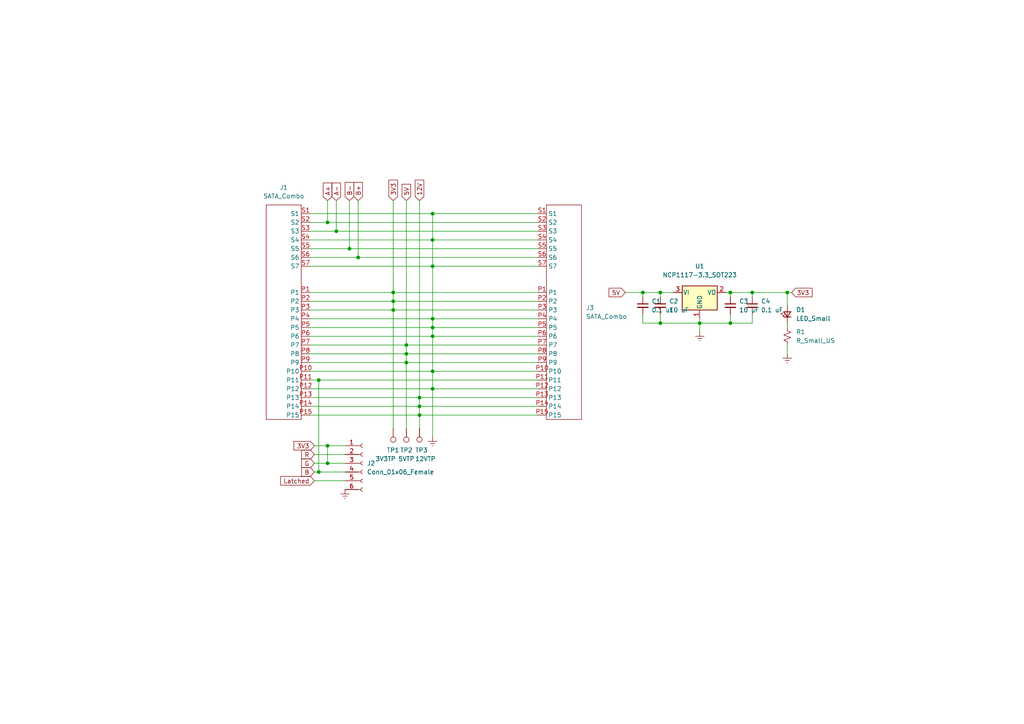
<source format=kicad_sch>
(kicad_sch (version 20211123) (generator eeschema)

  (uuid dec9c3ff-a226-41ce-9c2a-f5b12b5e1b29)

  (paper "A4")

  (lib_symbols
    (symbol "Connector:Conn_01x06_Female" (pin_names (offset 1.016) hide) (in_bom yes) (on_board yes)
      (property "Reference" "J" (id 0) (at 0 7.62 0)
        (effects (font (size 1.27 1.27)))
      )
      (property "Value" "Conn_01x06_Female" (id 1) (at 0 -10.16 0)
        (effects (font (size 1.27 1.27)))
      )
      (property "Footprint" "" (id 2) (at 0 0 0)
        (effects (font (size 1.27 1.27)) hide)
      )
      (property "Datasheet" "~" (id 3) (at 0 0 0)
        (effects (font (size 1.27 1.27)) hide)
      )
      (property "ki_keywords" "connector" (id 4) (at 0 0 0)
        (effects (font (size 1.27 1.27)) hide)
      )
      (property "ki_description" "Generic connector, single row, 01x06, script generated (kicad-library-utils/schlib/autogen/connector/)" (id 5) (at 0 0 0)
        (effects (font (size 1.27 1.27)) hide)
      )
      (property "ki_fp_filters" "Connector*:*_1x??_*" (id 6) (at 0 0 0)
        (effects (font (size 1.27 1.27)) hide)
      )
      (symbol "Conn_01x06_Female_1_1"
        (arc (start 0 -7.112) (mid -0.508 -7.62) (end 0 -8.128)
          (stroke (width 0.1524) (type default) (color 0 0 0 0))
          (fill (type none))
        )
        (arc (start 0 -4.572) (mid -0.508 -5.08) (end 0 -5.588)
          (stroke (width 0.1524) (type default) (color 0 0 0 0))
          (fill (type none))
        )
        (arc (start 0 -2.032) (mid -0.508 -2.54) (end 0 -3.048)
          (stroke (width 0.1524) (type default) (color 0 0 0 0))
          (fill (type none))
        )
        (polyline
          (pts
            (xy -1.27 -7.62)
            (xy -0.508 -7.62)
          )
          (stroke (width 0.1524) (type default) (color 0 0 0 0))
          (fill (type none))
        )
        (polyline
          (pts
            (xy -1.27 -5.08)
            (xy -0.508 -5.08)
          )
          (stroke (width 0.1524) (type default) (color 0 0 0 0))
          (fill (type none))
        )
        (polyline
          (pts
            (xy -1.27 -2.54)
            (xy -0.508 -2.54)
          )
          (stroke (width 0.1524) (type default) (color 0 0 0 0))
          (fill (type none))
        )
        (polyline
          (pts
            (xy -1.27 0)
            (xy -0.508 0)
          )
          (stroke (width 0.1524) (type default) (color 0 0 0 0))
          (fill (type none))
        )
        (polyline
          (pts
            (xy -1.27 2.54)
            (xy -0.508 2.54)
          )
          (stroke (width 0.1524) (type default) (color 0 0 0 0))
          (fill (type none))
        )
        (polyline
          (pts
            (xy -1.27 5.08)
            (xy -0.508 5.08)
          )
          (stroke (width 0.1524) (type default) (color 0 0 0 0))
          (fill (type none))
        )
        (arc (start 0 0.508) (mid -0.508 0) (end 0 -0.508)
          (stroke (width 0.1524) (type default) (color 0 0 0 0))
          (fill (type none))
        )
        (arc (start 0 3.048) (mid -0.508 2.54) (end 0 2.032)
          (stroke (width 0.1524) (type default) (color 0 0 0 0))
          (fill (type none))
        )
        (arc (start 0 5.588) (mid -0.508 5.08) (end 0 4.572)
          (stroke (width 0.1524) (type default) (color 0 0 0 0))
          (fill (type none))
        )
        (pin passive line (at -5.08 5.08 0) (length 3.81)
          (name "Pin_1" (effects (font (size 1.27 1.27))))
          (number "1" (effects (font (size 1.27 1.27))))
        )
        (pin passive line (at -5.08 2.54 0) (length 3.81)
          (name "Pin_2" (effects (font (size 1.27 1.27))))
          (number "2" (effects (font (size 1.27 1.27))))
        )
        (pin passive line (at -5.08 0 0) (length 3.81)
          (name "Pin_3" (effects (font (size 1.27 1.27))))
          (number "3" (effects (font (size 1.27 1.27))))
        )
        (pin passive line (at -5.08 -2.54 0) (length 3.81)
          (name "Pin_4" (effects (font (size 1.27 1.27))))
          (number "4" (effects (font (size 1.27 1.27))))
        )
        (pin passive line (at -5.08 -5.08 0) (length 3.81)
          (name "Pin_5" (effects (font (size 1.27 1.27))))
          (number "5" (effects (font (size 1.27 1.27))))
        )
        (pin passive line (at -5.08 -7.62 0) (length 3.81)
          (name "Pin_6" (effects (font (size 1.27 1.27))))
          (number "6" (effects (font (size 1.27 1.27))))
        )
      )
    )
    (symbol "Connector:TestPoint" (pin_numbers hide) (pin_names (offset 0.762) hide) (in_bom yes) (on_board yes)
      (property "Reference" "TP" (id 0) (at 0 6.858 0)
        (effects (font (size 1.27 1.27)))
      )
      (property "Value" "TestPoint" (id 1) (at 0 5.08 0)
        (effects (font (size 1.27 1.27)))
      )
      (property "Footprint" "" (id 2) (at 5.08 0 0)
        (effects (font (size 1.27 1.27)) hide)
      )
      (property "Datasheet" "~" (id 3) (at 5.08 0 0)
        (effects (font (size 1.27 1.27)) hide)
      )
      (property "ki_keywords" "test point tp" (id 4) (at 0 0 0)
        (effects (font (size 1.27 1.27)) hide)
      )
      (property "ki_description" "test point" (id 5) (at 0 0 0)
        (effects (font (size 1.27 1.27)) hide)
      )
      (property "ki_fp_filters" "Pin* Test*" (id 6) (at 0 0 0)
        (effects (font (size 1.27 1.27)) hide)
      )
      (symbol "TestPoint_0_1"
        (circle (center 0 3.302) (radius 0.762)
          (stroke (width 0) (type default) (color 0 0 0 0))
          (fill (type none))
        )
      )
      (symbol "TestPoint_1_1"
        (pin passive line (at 0 0 90) (length 2.54)
          (name "1" (effects (font (size 1.27 1.27))))
          (number "1" (effects (font (size 1.27 1.27))))
        )
      )
    )
    (symbol "Device:C_Small" (pin_numbers hide) (pin_names (offset 0.254) hide) (in_bom yes) (on_board yes)
      (property "Reference" "C" (id 0) (at 0.254 1.778 0)
        (effects (font (size 1.27 1.27)) (justify left))
      )
      (property "Value" "C_Small" (id 1) (at 0.254 -2.032 0)
        (effects (font (size 1.27 1.27)) (justify left))
      )
      (property "Footprint" "" (id 2) (at 0 0 0)
        (effects (font (size 1.27 1.27)) hide)
      )
      (property "Datasheet" "~" (id 3) (at 0 0 0)
        (effects (font (size 1.27 1.27)) hide)
      )
      (property "ki_keywords" "capacitor cap" (id 4) (at 0 0 0)
        (effects (font (size 1.27 1.27)) hide)
      )
      (property "ki_description" "Unpolarized capacitor, small symbol" (id 5) (at 0 0 0)
        (effects (font (size 1.27 1.27)) hide)
      )
      (property "ki_fp_filters" "C_*" (id 6) (at 0 0 0)
        (effects (font (size 1.27 1.27)) hide)
      )
      (symbol "C_Small_0_1"
        (polyline
          (pts
            (xy -1.524 -0.508)
            (xy 1.524 -0.508)
          )
          (stroke (width 0.3302) (type default) (color 0 0 0 0))
          (fill (type none))
        )
        (polyline
          (pts
            (xy -1.524 0.508)
            (xy 1.524 0.508)
          )
          (stroke (width 0.3048) (type default) (color 0 0 0 0))
          (fill (type none))
        )
      )
      (symbol "C_Small_1_1"
        (pin passive line (at 0 2.54 270) (length 2.032)
          (name "~" (effects (font (size 1.27 1.27))))
          (number "1" (effects (font (size 1.27 1.27))))
        )
        (pin passive line (at 0 -2.54 90) (length 2.032)
          (name "~" (effects (font (size 1.27 1.27))))
          (number "2" (effects (font (size 1.27 1.27))))
        )
      )
    )
    (symbol "Device:LED_Small" (pin_numbers hide) (pin_names (offset 0.254) hide) (in_bom yes) (on_board yes)
      (property "Reference" "D" (id 0) (at -1.27 3.175 0)
        (effects (font (size 1.27 1.27)) (justify left))
      )
      (property "Value" "LED_Small" (id 1) (at -4.445 -2.54 0)
        (effects (font (size 1.27 1.27)) (justify left))
      )
      (property "Footprint" "" (id 2) (at 0 0 90)
        (effects (font (size 1.27 1.27)) hide)
      )
      (property "Datasheet" "~" (id 3) (at 0 0 90)
        (effects (font (size 1.27 1.27)) hide)
      )
      (property "ki_keywords" "LED diode light-emitting-diode" (id 4) (at 0 0 0)
        (effects (font (size 1.27 1.27)) hide)
      )
      (property "ki_description" "Light emitting diode, small symbol" (id 5) (at 0 0 0)
        (effects (font (size 1.27 1.27)) hide)
      )
      (property "ki_fp_filters" "LED* LED_SMD:* LED_THT:*" (id 6) (at 0 0 0)
        (effects (font (size 1.27 1.27)) hide)
      )
      (symbol "LED_Small_0_1"
        (polyline
          (pts
            (xy -0.762 -1.016)
            (xy -0.762 1.016)
          )
          (stroke (width 0.254) (type default) (color 0 0 0 0))
          (fill (type none))
        )
        (polyline
          (pts
            (xy 1.016 0)
            (xy -0.762 0)
          )
          (stroke (width 0) (type default) (color 0 0 0 0))
          (fill (type none))
        )
        (polyline
          (pts
            (xy 0.762 -1.016)
            (xy -0.762 0)
            (xy 0.762 1.016)
            (xy 0.762 -1.016)
          )
          (stroke (width 0.254) (type default) (color 0 0 0 0))
          (fill (type none))
        )
        (polyline
          (pts
            (xy 0 0.762)
            (xy -0.508 1.27)
            (xy -0.254 1.27)
            (xy -0.508 1.27)
            (xy -0.508 1.016)
          )
          (stroke (width 0) (type default) (color 0 0 0 0))
          (fill (type none))
        )
        (polyline
          (pts
            (xy 0.508 1.27)
            (xy 0 1.778)
            (xy 0.254 1.778)
            (xy 0 1.778)
            (xy 0 1.524)
          )
          (stroke (width 0) (type default) (color 0 0 0 0))
          (fill (type none))
        )
      )
      (symbol "LED_Small_1_1"
        (pin passive line (at -2.54 0 0) (length 1.778)
          (name "K" (effects (font (size 1.27 1.27))))
          (number "1" (effects (font (size 1.27 1.27))))
        )
        (pin passive line (at 2.54 0 180) (length 1.778)
          (name "A" (effects (font (size 1.27 1.27))))
          (number "2" (effects (font (size 1.27 1.27))))
        )
      )
    )
    (symbol "Device:R_Small_US" (pin_numbers hide) (pin_names (offset 0.254) hide) (in_bom yes) (on_board yes)
      (property "Reference" "R" (id 0) (at 0.762 0.508 0)
        (effects (font (size 1.27 1.27)) (justify left))
      )
      (property "Value" "R_Small_US" (id 1) (at 0.762 -1.016 0)
        (effects (font (size 1.27 1.27)) (justify left))
      )
      (property "Footprint" "" (id 2) (at 0 0 0)
        (effects (font (size 1.27 1.27)) hide)
      )
      (property "Datasheet" "~" (id 3) (at 0 0 0)
        (effects (font (size 1.27 1.27)) hide)
      )
      (property "ki_keywords" "r resistor" (id 4) (at 0 0 0)
        (effects (font (size 1.27 1.27)) hide)
      )
      (property "ki_description" "Resistor, small US symbol" (id 5) (at 0 0 0)
        (effects (font (size 1.27 1.27)) hide)
      )
      (property "ki_fp_filters" "R_*" (id 6) (at 0 0 0)
        (effects (font (size 1.27 1.27)) hide)
      )
      (symbol "R_Small_US_1_1"
        (polyline
          (pts
            (xy 0 0)
            (xy 1.016 -0.381)
            (xy 0 -0.762)
            (xy -1.016 -1.143)
            (xy 0 -1.524)
          )
          (stroke (width 0) (type default) (color 0 0 0 0))
          (fill (type none))
        )
        (polyline
          (pts
            (xy 0 1.524)
            (xy 1.016 1.143)
            (xy 0 0.762)
            (xy -1.016 0.381)
            (xy 0 0)
          )
          (stroke (width 0) (type default) (color 0 0 0 0))
          (fill (type none))
        )
        (pin passive line (at 0 2.54 270) (length 1.016)
          (name "~" (effects (font (size 1.27 1.27))))
          (number "1" (effects (font (size 1.27 1.27))))
        )
        (pin passive line (at 0 -2.54 90) (length 1.016)
          (name "~" (effects (font (size 1.27 1.27))))
          (number "2" (effects (font (size 1.27 1.27))))
        )
      )
    )
    (symbol "KiCADs:SATA_Combo" (in_bom yes) (on_board yes)
      (property "Reference" "J" (id 0) (at -5.08 33.02 0)
        (effects (font (size 1.27 1.27)))
      )
      (property "Value" "SATA_Combo" (id 1) (at -5.08 33.02 0)
        (effects (font (size 1.27 1.27)))
      )
      (property "Footprint" "" (id 2) (at -5.08 33.02 0)
        (effects (font (size 1.27 1.27)) hide)
      )
      (property "Datasheet" "" (id 3) (at -5.08 33.02 0)
        (effects (font (size 1.27 1.27)) hide)
      )
      (symbol "SATA_Combo_0_1"
        (rectangle (start -5.08 30.48) (end 5.08 -31.75)
          (stroke (width 0) (type default) (color 0 0 0 0))
          (fill (type none))
        )
      )
      (symbol "SATA_Combo_1_1"
        (pin input line (at -7.62 5.08 0) (length 2.54)
          (name "P1" (effects (font (size 1.27 1.27))))
          (number "P1" (effects (font (size 1.27 1.27))))
        )
        (pin input line (at -7.62 -17.78 0) (length 2.54)
          (name "P10" (effects (font (size 1.27 1.27))))
          (number "P10" (effects (font (size 1.27 1.27))))
        )
        (pin input line (at -7.62 -20.32 0) (length 2.54)
          (name "P11" (effects (font (size 1.27 1.27))))
          (number "P11" (effects (font (size 1.27 1.27))))
        )
        (pin input line (at -7.62 -22.86 0) (length 2.54)
          (name "P12" (effects (font (size 1.27 1.27))))
          (number "P12" (effects (font (size 1.27 1.27))))
        )
        (pin input line (at -7.62 -25.4 0) (length 2.54)
          (name "P13" (effects (font (size 1.27 1.27))))
          (number "P13" (effects (font (size 1.27 1.27))))
        )
        (pin input line (at -7.62 -27.94 0) (length 2.54)
          (name "P14" (effects (font (size 1.27 1.27))))
          (number "P14" (effects (font (size 1.27 1.27))))
        )
        (pin input line (at -7.62 -30.48 0) (length 2.54)
          (name "P15" (effects (font (size 1.27 1.27))))
          (number "P15" (effects (font (size 1.27 1.27))))
        )
        (pin input line (at -7.62 2.54 0) (length 2.54)
          (name "P2" (effects (font (size 1.27 1.27))))
          (number "P2" (effects (font (size 1.27 1.27))))
        )
        (pin input line (at -7.62 0 0) (length 2.54)
          (name "P3" (effects (font (size 1.27 1.27))))
          (number "P3" (effects (font (size 1.27 1.27))))
        )
        (pin input line (at -7.62 -2.54 0) (length 2.54)
          (name "P4" (effects (font (size 1.27 1.27))))
          (number "P4" (effects (font (size 1.27 1.27))))
        )
        (pin input line (at -7.62 -5.08 0) (length 2.54)
          (name "P5" (effects (font (size 1.27 1.27))))
          (number "P5" (effects (font (size 1.27 1.27))))
        )
        (pin input line (at -7.62 -7.62 0) (length 2.54)
          (name "P6" (effects (font (size 1.27 1.27))))
          (number "P6" (effects (font (size 1.27 1.27))))
        )
        (pin input line (at -7.62 -10.16 0) (length 2.54)
          (name "P7" (effects (font (size 1.27 1.27))))
          (number "P7" (effects (font (size 1.27 1.27))))
        )
        (pin input line (at -7.62 -12.7 0) (length 2.54)
          (name "P8" (effects (font (size 1.27 1.27))))
          (number "P8" (effects (font (size 1.27 1.27))))
        )
        (pin input line (at -7.62 -15.24 0) (length 2.54)
          (name "P9" (effects (font (size 1.27 1.27))))
          (number "P9" (effects (font (size 1.27 1.27))))
        )
        (pin input line (at -7.62 27.94 0) (length 2.54)
          (name "S1" (effects (font (size 1.27 1.27))))
          (number "S1" (effects (font (size 1.27 1.27))))
        )
        (pin input line (at -7.62 25.4 0) (length 2.54)
          (name "S2" (effects (font (size 1.27 1.27))))
          (number "S2" (effects (font (size 1.27 1.27))))
        )
        (pin input line (at -7.62 22.86 0) (length 2.54)
          (name "S3" (effects (font (size 1.27 1.27))))
          (number "S3" (effects (font (size 1.27 1.27))))
        )
        (pin input line (at -7.62 20.32 0) (length 2.54)
          (name "S4" (effects (font (size 1.27 1.27))))
          (number "S4" (effects (font (size 1.27 1.27))))
        )
        (pin input line (at -7.62 17.78 0) (length 2.54)
          (name "S5" (effects (font (size 1.27 1.27))))
          (number "S5" (effects (font (size 1.27 1.27))))
        )
        (pin input line (at -7.62 15.24 0) (length 2.54)
          (name "S6" (effects (font (size 1.27 1.27))))
          (number "S6" (effects (font (size 1.27 1.27))))
        )
        (pin input line (at -7.62 12.7 0) (length 2.54)
          (name "S7" (effects (font (size 1.27 1.27))))
          (number "S7" (effects (font (size 1.27 1.27))))
        )
      )
    )
    (symbol "Regulator_Linear:NCP1117-3.3_SOT223" (pin_names (offset 0.254)) (in_bom yes) (on_board yes)
      (property "Reference" "U" (id 0) (at -3.81 3.175 0)
        (effects (font (size 1.27 1.27)))
      )
      (property "Value" "NCP1117-3.3_SOT223" (id 1) (at 0 3.175 0)
        (effects (font (size 1.27 1.27)) (justify left))
      )
      (property "Footprint" "Package_TO_SOT_SMD:SOT-223-3_TabPin2" (id 2) (at 0 5.08 0)
        (effects (font (size 1.27 1.27)) hide)
      )
      (property "Datasheet" "http://www.onsemi.com/pub_link/Collateral/NCP1117-D.PDF" (id 3) (at 2.54 -6.35 0)
        (effects (font (size 1.27 1.27)) hide)
      )
      (property "ki_keywords" "REGULATOR LDO 3.3V" (id 4) (at 0 0 0)
        (effects (font (size 1.27 1.27)) hide)
      )
      (property "ki_description" "1A Low drop-out regulator, Fixed Output 3.3V, SOT-223" (id 5) (at 0 0 0)
        (effects (font (size 1.27 1.27)) hide)
      )
      (property "ki_fp_filters" "SOT?223*TabPin2*" (id 6) (at 0 0 0)
        (effects (font (size 1.27 1.27)) hide)
      )
      (symbol "NCP1117-3.3_SOT223_0_1"
        (rectangle (start -5.08 -5.08) (end 5.08 1.905)
          (stroke (width 0.254) (type default) (color 0 0 0 0))
          (fill (type background))
        )
      )
      (symbol "NCP1117-3.3_SOT223_1_1"
        (pin power_in line (at 0 -7.62 90) (length 2.54)
          (name "GND" (effects (font (size 1.27 1.27))))
          (number "1" (effects (font (size 1.27 1.27))))
        )
        (pin power_out line (at 7.62 0 180) (length 2.54)
          (name "VO" (effects (font (size 1.27 1.27))))
          (number "2" (effects (font (size 1.27 1.27))))
        )
        (pin power_in line (at -7.62 0 0) (length 2.54)
          (name "VI" (effects (font (size 1.27 1.27))))
          (number "3" (effects (font (size 1.27 1.27))))
        )
      )
    )
    (symbol "power:Earth" (power) (pin_names (offset 0)) (in_bom yes) (on_board yes)
      (property "Reference" "#PWR" (id 0) (at 0 -6.35 0)
        (effects (font (size 1.27 1.27)) hide)
      )
      (property "Value" "Earth" (id 1) (at 0 -3.81 0)
        (effects (font (size 1.27 1.27)) hide)
      )
      (property "Footprint" "" (id 2) (at 0 0 0)
        (effects (font (size 1.27 1.27)) hide)
      )
      (property "Datasheet" "~" (id 3) (at 0 0 0)
        (effects (font (size 1.27 1.27)) hide)
      )
      (property "ki_keywords" "power-flag ground gnd" (id 4) (at 0 0 0)
        (effects (font (size 1.27 1.27)) hide)
      )
      (property "ki_description" "Power symbol creates a global label with name \"Earth\"" (id 5) (at 0 0 0)
        (effects (font (size 1.27 1.27)) hide)
      )
      (symbol "Earth_0_1"
        (polyline
          (pts
            (xy -0.635 -1.905)
            (xy 0.635 -1.905)
          )
          (stroke (width 0) (type default) (color 0 0 0 0))
          (fill (type none))
        )
        (polyline
          (pts
            (xy -0.127 -2.54)
            (xy 0.127 -2.54)
          )
          (stroke (width 0) (type default) (color 0 0 0 0))
          (fill (type none))
        )
        (polyline
          (pts
            (xy 0 -1.27)
            (xy 0 0)
          )
          (stroke (width 0) (type default) (color 0 0 0 0))
          (fill (type none))
        )
        (polyline
          (pts
            (xy 1.27 -1.27)
            (xy -1.27 -1.27)
          )
          (stroke (width 0) (type default) (color 0 0 0 0))
          (fill (type none))
        )
      )
      (symbol "Earth_1_1"
        (pin power_in line (at 0 0 270) (length 0) hide
          (name "Earth" (effects (font (size 1.27 1.27))))
          (number "1" (effects (font (size 1.27 1.27))))
        )
      )
    )
  )

  (junction (at 211.836 93.726) (diameter 0) (color 0 0 0 0)
    (uuid 15d0b45f-079d-435d-a34e-623a3a053447)
  )
  (junction (at 92.456 110.236) (diameter 0) (color 0 0 0 0)
    (uuid 1caca493-ebbf-4ac5-8f74-b1068daf585a)
  )
  (junction (at 125.476 92.456) (diameter 0) (color 0 0 0 0)
    (uuid 2681f273-e4cf-46e6-917b-879065f964d1)
  )
  (junction (at 94.996 134.366) (diameter 0) (color 0 0 0 0)
    (uuid 29502d4c-9ce4-4db5-8acb-31eb71d13d48)
  )
  (junction (at 191.516 84.836) (diameter 0) (color 0 0 0 0)
    (uuid 2efba9ee-76e2-43f3-89ce-827d563889aa)
  )
  (junction (at 114.046 87.376) (diameter 0) (color 0 0 0 0)
    (uuid 309c8641-506d-46c8-b3aa-517ccf2b047b)
  )
  (junction (at 211.836 84.836) (diameter 0) (color 0 0 0 0)
    (uuid 33aa189a-545a-401e-8e42-af40f676ab45)
  )
  (junction (at 121.666 120.396) (diameter 0) (color 0 0 0 0)
    (uuid 3a0300ec-a7c4-41a5-b3d1-4ccd9d595de5)
  )
  (junction (at 114.046 89.916) (diameter 0) (color 0 0 0 0)
    (uuid 40be3b27-2e1d-4f86-bfea-40edb2310a44)
  )
  (junction (at 228.346 84.836) (diameter 0) (color 0 0 0 0)
    (uuid 4b779890-4b7d-4d7c-8dee-a7f66a453b1b)
  )
  (junction (at 125.476 97.536) (diameter 0) (color 0 0 0 0)
    (uuid 5259f0aa-5383-4d27-a47c-68048fe007a0)
  )
  (junction (at 94.996 64.516) (diameter 0) (color 0 0 0 0)
    (uuid 71713030-c445-433d-a40e-32b38b06cb29)
  )
  (junction (at 103.886 74.676) (diameter 0) (color 0 0 0 0)
    (uuid 71ddfe61-d8bd-43e6-b4be-1d079c4bd2c1)
  )
  (junction (at 218.186 84.836) (diameter 0) (color 0 0 0 0)
    (uuid 7d6a6633-a0d6-4bcd-827b-1cbf670f0544)
  )
  (junction (at 94.996 129.286) (diameter 0) (color 0 0 0 0)
    (uuid 8269366f-52ab-4c2f-bdd3-20aadd9f6063)
  )
  (junction (at 121.666 117.856) (diameter 0) (color 0 0 0 0)
    (uuid 88f089f9-145f-44f0-9d39-1d1d894b982a)
  )
  (junction (at 202.946 93.726) (diameter 0) (color 0 0 0 0)
    (uuid 975925bd-d0bc-46d1-a253-75c13224c9f9)
  )
  (junction (at 117.856 105.156) (diameter 0) (color 0 0 0 0)
    (uuid 98e54b07-8484-4e11-a435-5dcb74fc29b9)
  )
  (junction (at 117.856 102.616) (diameter 0) (color 0 0 0 0)
    (uuid 9c7f2122-0782-497f-9ed1-58ab87ef5339)
  )
  (junction (at 125.476 61.976) (diameter 0) (color 0 0 0 0)
    (uuid a584efb7-7854-439c-94f3-7944a281948d)
  )
  (junction (at 186.436 84.836) (diameter 0) (color 0 0 0 0)
    (uuid b03d5822-db32-496e-a04a-4e5094518036)
  )
  (junction (at 125.476 112.776) (diameter 0) (color 0 0 0 0)
    (uuid b8c96593-a25a-4ea6-a830-d4fb0d674a31)
  )
  (junction (at 92.456 136.906) (diameter 0) (color 0 0 0 0)
    (uuid bfdc9223-bb15-40c8-8f98-8a11d37f49ec)
  )
  (junction (at 125.476 77.216) (diameter 0) (color 0 0 0 0)
    (uuid c26fbd79-f39d-4343-b66a-78aef9b87d87)
  )
  (junction (at 125.476 69.596) (diameter 0) (color 0 0 0 0)
    (uuid c283b2b9-f5eb-443c-9b78-1558c2afaf70)
  )
  (junction (at 114.046 84.836) (diameter 0) (color 0 0 0 0)
    (uuid cc4fe083-ee22-4535-8622-a8625bd90305)
  )
  (junction (at 125.476 94.996) (diameter 0) (color 0 0 0 0)
    (uuid d1b0d605-93bd-4993-a365-c0e2573ff1df)
  )
  (junction (at 117.856 100.076) (diameter 0) (color 0 0 0 0)
    (uuid d89947ac-7e98-4051-b9c9-bb01175c993e)
  )
  (junction (at 101.346 72.136) (diameter 0) (color 0 0 0 0)
    (uuid d96957c0-b864-47bc-8aec-529783977936)
  )
  (junction (at 125.476 107.696) (diameter 0) (color 0 0 0 0)
    (uuid dce4b191-dc3e-41d4-b58e-e16c7a108589)
  )
  (junction (at 121.666 115.316) (diameter 0) (color 0 0 0 0)
    (uuid e106f2fc-d68a-4af7-8dda-c063d45791a1)
  )
  (junction (at 191.516 93.726) (diameter 0) (color 0 0 0 0)
    (uuid e2ac014b-5180-423d-a830-e206e23e138a)
  )
  (junction (at 97.536 67.056) (diameter 0) (color 0 0 0 0)
    (uuid e7b670d2-f780-43de-b48f-629b0fa33fb8)
  )

  (wire (pts (xy 155.956 84.836) (xy 114.046 84.836))
    (stroke (width 0) (type default) (color 0 0 0 0))
    (uuid 0591373c-23f4-4b33-94e0-9ce413e06ec3)
  )
  (wire (pts (xy 155.956 69.596) (xy 125.476 69.596))
    (stroke (width 0) (type default) (color 0 0 0 0))
    (uuid 086918ca-725f-48a0-ae52-73a184ea5727)
  )
  (wire (pts (xy 125.476 94.996) (xy 125.476 97.536))
    (stroke (width 0) (type default) (color 0 0 0 0))
    (uuid 09462ef5-ac81-4398-892c-98278a43984f)
  )
  (wire (pts (xy 117.856 105.156) (xy 117.856 124.206))
    (stroke (width 0) (type default) (color 0 0 0 0))
    (uuid 0db11786-ecde-4503-b4a3-4411f4267ea4)
  )
  (wire (pts (xy 89.916 61.976) (xy 125.476 61.976))
    (stroke (width 0) (type default) (color 0 0 0 0))
    (uuid 10b3b25e-2a24-413c-b839-c863b76878e4)
  )
  (wire (pts (xy 228.346 93.726) (xy 228.346 94.996))
    (stroke (width 0) (type default) (color 0 0 0 0))
    (uuid 10ca9d53-45d9-486e-a0dc-2cc90ed367dc)
  )
  (wire (pts (xy 89.916 92.456) (xy 125.476 92.456))
    (stroke (width 0) (type default) (color 0 0 0 0))
    (uuid 15bb4cc7-0be8-4cc1-bf54-385a81466a1a)
  )
  (wire (pts (xy 155.956 87.376) (xy 114.046 87.376))
    (stroke (width 0) (type default) (color 0 0 0 0))
    (uuid 16568c6f-b4c6-4c2c-942b-67c8b8785e55)
  )
  (wire (pts (xy 211.836 84.836) (xy 218.186 84.836))
    (stroke (width 0) (type default) (color 0 0 0 0))
    (uuid 16e35c92-4b7b-4df2-b0b3-51996d945a9c)
  )
  (wire (pts (xy 186.436 84.836) (xy 191.516 84.836))
    (stroke (width 0) (type default) (color 0 0 0 0))
    (uuid 181c753f-eff2-4f9e-9e47-a268556f5bdc)
  )
  (wire (pts (xy 89.916 112.776) (xy 125.476 112.776))
    (stroke (width 0) (type default) (color 0 0 0 0))
    (uuid 1f3d1c5f-1cfe-474d-b101-a4a181715af8)
  )
  (wire (pts (xy 211.836 84.836) (xy 210.566 84.836))
    (stroke (width 0) (type default) (color 0 0 0 0))
    (uuid 25d24646-ceec-44b4-856e-19f827968216)
  )
  (wire (pts (xy 91.186 136.906) (xy 92.456 136.906))
    (stroke (width 0) (type default) (color 0 0 0 0))
    (uuid 27dfe54f-b9cb-42f8-ac9f-e039f02f7c44)
  )
  (wire (pts (xy 125.476 69.596) (xy 125.476 77.216))
    (stroke (width 0) (type default) (color 0 0 0 0))
    (uuid 2826c577-815f-47f0-9c8f-56f959dba427)
  )
  (wire (pts (xy 92.456 110.236) (xy 92.456 136.906))
    (stroke (width 0) (type default) (color 0 0 0 0))
    (uuid 2c04dc6c-98bd-45f6-be41-36c940808cff)
  )
  (wire (pts (xy 155.956 89.916) (xy 114.046 89.916))
    (stroke (width 0) (type default) (color 0 0 0 0))
    (uuid 2c14246e-d47d-4bfe-ba32-cc3eb7eeb62c)
  )
  (wire (pts (xy 186.436 93.726) (xy 191.516 93.726))
    (stroke (width 0) (type default) (color 0 0 0 0))
    (uuid 2ca4fc57-58a2-43cd-8419-b5f7d3f7b51f)
  )
  (wire (pts (xy 181.356 84.836) (xy 186.436 84.836))
    (stroke (width 0) (type default) (color 0 0 0 0))
    (uuid 2fdc96e9-f22b-40ed-9376-af9dab4ca6e7)
  )
  (wire (pts (xy 97.536 67.056) (xy 89.916 67.056))
    (stroke (width 0) (type default) (color 0 0 0 0))
    (uuid 31f68449-8d9a-4cd7-911a-796d2edc9ac8)
  )
  (wire (pts (xy 155.956 64.516) (xy 94.996 64.516))
    (stroke (width 0) (type default) (color 0 0 0 0))
    (uuid 3918d06c-a7a7-44a4-9f93-3b97727eefeb)
  )
  (wire (pts (xy 89.916 105.156) (xy 117.856 105.156))
    (stroke (width 0) (type default) (color 0 0 0 0))
    (uuid 3c80091d-f2ae-434e-9db8-13490e46e900)
  )
  (wire (pts (xy 91.186 131.826) (xy 100.076 131.826))
    (stroke (width 0) (type default) (color 0 0 0 0))
    (uuid 3e1743f7-adbc-48e5-8426-193f2a5cd5d2)
  )
  (wire (pts (xy 94.996 58.166) (xy 94.996 64.516))
    (stroke (width 0) (type default) (color 0 0 0 0))
    (uuid 3f302aaa-c8fd-4948-8c80-85615b8f81a3)
  )
  (wire (pts (xy 89.916 84.836) (xy 114.046 84.836))
    (stroke (width 0) (type default) (color 0 0 0 0))
    (uuid 3fd84491-1f8d-40f4-851c-351321ee3d85)
  )
  (wire (pts (xy 211.836 93.726) (xy 218.186 93.726))
    (stroke (width 0) (type default) (color 0 0 0 0))
    (uuid 402ca656-3c37-4357-8289-37dbe3fe1d9d)
  )
  (wire (pts (xy 125.476 92.456) (xy 125.476 94.996))
    (stroke (width 0) (type default) (color 0 0 0 0))
    (uuid 457806cd-d744-4813-9114-259877d7c13c)
  )
  (wire (pts (xy 91.186 134.366) (xy 94.996 134.366))
    (stroke (width 0) (type default) (color 0 0 0 0))
    (uuid 47504c14-389c-4cc8-aa86-901a28d889f2)
  )
  (wire (pts (xy 155.956 112.776) (xy 125.476 112.776))
    (stroke (width 0) (type default) (color 0 0 0 0))
    (uuid 49e079d8-9027-4aab-96da-1dd8d4734aeb)
  )
  (wire (pts (xy 89.916 77.216) (xy 125.476 77.216))
    (stroke (width 0) (type default) (color 0 0 0 0))
    (uuid 4ac395df-7fd1-4ee7-a3ff-4a75b54c190f)
  )
  (wire (pts (xy 218.186 86.106) (xy 218.186 84.836))
    (stroke (width 0) (type default) (color 0 0 0 0))
    (uuid 4f7ecc86-5a93-4699-aa6c-b27f51a2cc3d)
  )
  (wire (pts (xy 101.346 72.136) (xy 89.916 72.136))
    (stroke (width 0) (type default) (color 0 0 0 0))
    (uuid 509d41da-4c00-445a-8671-a45fe541a6f9)
  )
  (wire (pts (xy 202.946 92.456) (xy 202.946 93.726))
    (stroke (width 0) (type default) (color 0 0 0 0))
    (uuid 50e45455-1428-464a-9670-9ffc38398f30)
  )
  (wire (pts (xy 155.956 67.056) (xy 97.536 67.056))
    (stroke (width 0) (type default) (color 0 0 0 0))
    (uuid 515d9043-62b8-4c31-b6a2-f4dd4e43ec4f)
  )
  (wire (pts (xy 114.046 84.836) (xy 114.046 87.376))
    (stroke (width 0) (type default) (color 0 0 0 0))
    (uuid 53039d0d-9ea1-47f7-afc2-386e8b7aa66a)
  )
  (wire (pts (xy 155.956 97.536) (xy 125.476 97.536))
    (stroke (width 0) (type default) (color 0 0 0 0))
    (uuid 54a59442-bb9f-420a-b709-57fac0d77b09)
  )
  (wire (pts (xy 97.536 58.166) (xy 97.536 67.056))
    (stroke (width 0) (type default) (color 0 0 0 0))
    (uuid 54bd6d88-7495-4c01-a3fe-3193a97c92ff)
  )
  (wire (pts (xy 114.046 87.376) (xy 114.046 89.916))
    (stroke (width 0) (type default) (color 0 0 0 0))
    (uuid 585b4419-ebdc-4cdd-9f90-f47ca95ba73b)
  )
  (wire (pts (xy 121.666 115.316) (xy 89.916 115.316))
    (stroke (width 0) (type default) (color 0 0 0 0))
    (uuid 5a801b9b-714f-4a4b-b180-38b27ffa2ddf)
  )
  (wire (pts (xy 114.046 89.916) (xy 114.046 124.206))
    (stroke (width 0) (type default) (color 0 0 0 0))
    (uuid 5ab89a1d-e33d-4d3a-99dd-c35760ea323a)
  )
  (wire (pts (xy 91.186 139.446) (xy 100.076 139.446))
    (stroke (width 0) (type default) (color 0 0 0 0))
    (uuid 5c014ec0-3bf4-44e6-ada0-416b993b5065)
  )
  (wire (pts (xy 117.856 58.166) (xy 117.856 100.076))
    (stroke (width 0) (type default) (color 0 0 0 0))
    (uuid 6373d5f5-5dff-4b7e-8dd1-239916d9dd46)
  )
  (wire (pts (xy 89.916 89.916) (xy 114.046 89.916))
    (stroke (width 0) (type default) (color 0 0 0 0))
    (uuid 65f7d39e-ea4f-46dd-af73-7235b166d709)
  )
  (wire (pts (xy 155.956 117.856) (xy 121.666 117.856))
    (stroke (width 0) (type default) (color 0 0 0 0))
    (uuid 66e5d9a4-fb97-44f6-b6b4-5fef6f3804f8)
  )
  (wire (pts (xy 92.456 110.236) (xy 89.916 110.236))
    (stroke (width 0) (type default) (color 0 0 0 0))
    (uuid 690c4d85-09e5-4f3e-a535-8df03650c1b7)
  )
  (wire (pts (xy 155.956 72.136) (xy 101.346 72.136))
    (stroke (width 0) (type default) (color 0 0 0 0))
    (uuid 6a79b6f1-4183-40d3-a803-64ae656e9927)
  )
  (wire (pts (xy 125.476 112.776) (xy 125.476 126.746))
    (stroke (width 0) (type default) (color 0 0 0 0))
    (uuid 6b0991bb-f7b9-4fa5-b32b-b368425fb790)
  )
  (wire (pts (xy 92.456 136.906) (xy 100.076 136.906))
    (stroke (width 0) (type default) (color 0 0 0 0))
    (uuid 6d30cb55-5457-4eb9-87fb-f497063d08d7)
  )
  (wire (pts (xy 228.346 100.076) (xy 228.346 102.616))
    (stroke (width 0) (type default) (color 0 0 0 0))
    (uuid 6e097b81-1927-43d7-8e0b-6cba3a7e7577)
  )
  (wire (pts (xy 202.946 93.726) (xy 211.836 93.726))
    (stroke (width 0) (type default) (color 0 0 0 0))
    (uuid 6ff64930-ca5a-4e63-b0d4-59ef1553c970)
  )
  (wire (pts (xy 155.956 100.076) (xy 117.856 100.076))
    (stroke (width 0) (type default) (color 0 0 0 0))
    (uuid 73ad012c-87f0-4813-8f68-1ec645513f07)
  )
  (wire (pts (xy 121.666 117.856) (xy 121.666 120.396))
    (stroke (width 0) (type default) (color 0 0 0 0))
    (uuid 74dcf885-d3b9-4bcd-bf35-471d46db9855)
  )
  (wire (pts (xy 228.346 84.836) (xy 228.346 88.646))
    (stroke (width 0) (type default) (color 0 0 0 0))
    (uuid 75898dc7-cf30-44d7-9efc-f45ce4fbf5d7)
  )
  (wire (pts (xy 125.476 61.976) (xy 125.476 69.596))
    (stroke (width 0) (type default) (color 0 0 0 0))
    (uuid 78709973-fb8c-49d2-9fc9-52b642bbd5bf)
  )
  (wire (pts (xy 191.516 84.836) (xy 191.516 86.106))
    (stroke (width 0) (type default) (color 0 0 0 0))
    (uuid 79298d6e-7d4a-4787-8c57-a0ed90ec1dd0)
  )
  (wire (pts (xy 155.956 92.456) (xy 125.476 92.456))
    (stroke (width 0) (type default) (color 0 0 0 0))
    (uuid 7da44ca3-ab3e-48a4-b264-22094bc84fb5)
  )
  (wire (pts (xy 202.946 93.726) (xy 202.946 96.266))
    (stroke (width 0) (type default) (color 0 0 0 0))
    (uuid 7e83fb25-3a54-4842-a38c-c720fa159fca)
  )
  (wire (pts (xy 103.886 74.676) (xy 89.916 74.676))
    (stroke (width 0) (type default) (color 0 0 0 0))
    (uuid 7f35441f-a7c1-409f-8f85-94f9c0603161)
  )
  (wire (pts (xy 89.916 69.596) (xy 125.476 69.596))
    (stroke (width 0) (type default) (color 0 0 0 0))
    (uuid 7f5b701b-d042-44b8-824e-45a10b2624fd)
  )
  (wire (pts (xy 89.916 102.616) (xy 117.856 102.616))
    (stroke (width 0) (type default) (color 0 0 0 0))
    (uuid 7f97e094-92fc-4918-9acf-4baa39a60982)
  )
  (wire (pts (xy 117.856 100.076) (xy 117.856 102.616))
    (stroke (width 0) (type default) (color 0 0 0 0))
    (uuid 81fc0072-6d06-4053-aef3-4fa91f7660bb)
  )
  (wire (pts (xy 218.186 93.726) (xy 218.186 91.186))
    (stroke (width 0) (type default) (color 0 0 0 0))
    (uuid 8299c4d7-5952-4547-bd91-dadd377d20e5)
  )
  (wire (pts (xy 186.436 84.836) (xy 186.436 86.106))
    (stroke (width 0) (type default) (color 0 0 0 0))
    (uuid 86c0fba2-e7c4-4c6d-aa5d-bd888c76e459)
  )
  (wire (pts (xy 121.666 120.396) (xy 121.666 124.206))
    (stroke (width 0) (type default) (color 0 0 0 0))
    (uuid 8edea9d7-67b5-430f-a0a9-75a104dc9595)
  )
  (wire (pts (xy 155.956 120.396) (xy 121.666 120.396))
    (stroke (width 0) (type default) (color 0 0 0 0))
    (uuid 9015e7e7-3ad4-435b-b7f0-fdc96c0e5465)
  )
  (wire (pts (xy 94.996 64.516) (xy 89.916 64.516))
    (stroke (width 0) (type default) (color 0 0 0 0))
    (uuid 9168a4fe-31a4-4919-8ed0-d97e110c3078)
  )
  (wire (pts (xy 94.996 134.366) (xy 100.076 134.366))
    (stroke (width 0) (type default) (color 0 0 0 0))
    (uuid 95d61faf-9477-4aec-a2f2-a5f90517cfb2)
  )
  (wire (pts (xy 89.916 97.536) (xy 125.476 97.536))
    (stroke (width 0) (type default) (color 0 0 0 0))
    (uuid 9c6751bc-6c60-4207-9a0e-6167b4b9d9cd)
  )
  (wire (pts (xy 155.956 102.616) (xy 117.856 102.616))
    (stroke (width 0) (type default) (color 0 0 0 0))
    (uuid a591356c-855a-4059-84ad-07658a64ad4a)
  )
  (wire (pts (xy 89.916 87.376) (xy 114.046 87.376))
    (stroke (width 0) (type default) (color 0 0 0 0))
    (uuid a85100f6-86c2-4feb-aa21-53a55426e139)
  )
  (wire (pts (xy 155.956 115.316) (xy 121.666 115.316))
    (stroke (width 0) (type default) (color 0 0 0 0))
    (uuid aff73a9a-70b1-47ac-813e-e52d82b41f01)
  )
  (wire (pts (xy 211.836 86.106) (xy 211.836 84.836))
    (stroke (width 0) (type default) (color 0 0 0 0))
    (uuid b0c10ad8-ee29-4f3d-a898-9d3ea1eda14f)
  )
  (wire (pts (xy 191.516 93.726) (xy 202.946 93.726))
    (stroke (width 0) (type default) (color 0 0 0 0))
    (uuid b14a5eef-5275-4446-9d0e-467e207538db)
  )
  (wire (pts (xy 89.916 107.696) (xy 125.476 107.696))
    (stroke (width 0) (type default) (color 0 0 0 0))
    (uuid b4d580c6-defc-47f9-a75a-4e5e4a0af83c)
  )
  (wire (pts (xy 155.956 105.156) (xy 117.856 105.156))
    (stroke (width 0) (type default) (color 0 0 0 0))
    (uuid b699e217-bf00-444a-84d3-1a76699226b1)
  )
  (wire (pts (xy 121.666 115.316) (xy 121.666 117.856))
    (stroke (width 0) (type default) (color 0 0 0 0))
    (uuid bbcc1dbe-915d-42a7-8071-c5ba0654b4ce)
  )
  (wire (pts (xy 218.186 84.836) (xy 228.346 84.836))
    (stroke (width 0) (type default) (color 0 0 0 0))
    (uuid c28fbcb1-94a9-465e-bd64-37666ffddc70)
  )
  (wire (pts (xy 155.956 74.676) (xy 103.886 74.676))
    (stroke (width 0) (type default) (color 0 0 0 0))
    (uuid c2f91e73-caa6-42b7-a180-a15cc57ba1da)
  )
  (wire (pts (xy 155.956 107.696) (xy 125.476 107.696))
    (stroke (width 0) (type default) (color 0 0 0 0))
    (uuid d013252b-1749-4eec-b181-28186ec7ae11)
  )
  (wire (pts (xy 89.916 100.076) (xy 117.856 100.076))
    (stroke (width 0) (type default) (color 0 0 0 0))
    (uuid d13cba49-8dff-4eeb-9beb-0aa99a5446df)
  )
  (wire (pts (xy 94.996 129.286) (xy 100.076 129.286))
    (stroke (width 0) (type default) (color 0 0 0 0))
    (uuid d297fbdc-8701-4796-ae24-5774764af6b0)
  )
  (wire (pts (xy 117.856 102.616) (xy 117.856 105.156))
    (stroke (width 0) (type default) (color 0 0 0 0))
    (uuid d4c6e971-c11d-4a5f-89b8-3dedf90c4a16)
  )
  (wire (pts (xy 125.476 61.976) (xy 155.956 61.976))
    (stroke (width 0) (type default) (color 0 0 0 0))
    (uuid d4ea0ba7-a599-45a2-af13-2e183213582a)
  )
  (wire (pts (xy 125.476 77.216) (xy 125.476 92.456))
    (stroke (width 0) (type default) (color 0 0 0 0))
    (uuid d6532315-d527-440b-bbd4-231e97b2658a)
  )
  (wire (pts (xy 114.046 58.166) (xy 114.046 84.836))
    (stroke (width 0) (type default) (color 0 0 0 0))
    (uuid d77e1b51-2f6c-433c-a6a9-f2e4be91089e)
  )
  (wire (pts (xy 121.666 58.166) (xy 121.666 115.316))
    (stroke (width 0) (type default) (color 0 0 0 0))
    (uuid d7ac5a5b-6e28-403a-8ccc-918f53a4ef32)
  )
  (wire (pts (xy 125.476 107.696) (xy 125.476 112.776))
    (stroke (width 0) (type default) (color 0 0 0 0))
    (uuid d9076fb9-9186-4730-ac53-f2f36a730016)
  )
  (wire (pts (xy 211.836 93.726) (xy 211.836 91.186))
    (stroke (width 0) (type default) (color 0 0 0 0))
    (uuid da9ba933-3a9f-46b3-ac62-a21a50a853e0)
  )
  (wire (pts (xy 92.456 110.236) (xy 155.956 110.236))
    (stroke (width 0) (type default) (color 0 0 0 0))
    (uuid db0d962c-aeb5-4870-8ef8-29efcc4aaa38)
  )
  (wire (pts (xy 94.996 129.286) (xy 94.996 134.366))
    (stroke (width 0) (type default) (color 0 0 0 0))
    (uuid dc345594-cae2-4ce2-92f6-bd7779955e93)
  )
  (wire (pts (xy 191.516 91.186) (xy 191.516 93.726))
    (stroke (width 0) (type default) (color 0 0 0 0))
    (uuid dedca2f7-a647-4bc9-8856-06cd4bda0535)
  )
  (wire (pts (xy 155.956 94.996) (xy 125.476 94.996))
    (stroke (width 0) (type default) (color 0 0 0 0))
    (uuid e17763d3-54d0-476d-87d2-9fc4479de921)
  )
  (wire (pts (xy 89.916 94.996) (xy 125.476 94.996))
    (stroke (width 0) (type default) (color 0 0 0 0))
    (uuid e226b9d2-fc4b-403f-91bf-d2fe07ac8060)
  )
  (wire (pts (xy 191.516 84.836) (xy 195.326 84.836))
    (stroke (width 0) (type default) (color 0 0 0 0))
    (uuid e3c4a94c-4ab3-44f7-8fe1-28779e81e413)
  )
  (wire (pts (xy 155.956 77.216) (xy 125.476 77.216))
    (stroke (width 0) (type default) (color 0 0 0 0))
    (uuid e3fd6140-5395-46c1-9132-2a6afe1c2ae2)
  )
  (wire (pts (xy 186.436 91.186) (xy 186.436 93.726))
    (stroke (width 0) (type default) (color 0 0 0 0))
    (uuid e50bb2d7-1abb-4cdc-be21-4ba797ea26f8)
  )
  (wire (pts (xy 103.886 58.166) (xy 103.886 74.676))
    (stroke (width 0) (type default) (color 0 0 0 0))
    (uuid e79fa400-e42f-47ea-aaf2-389e7ef1bc3c)
  )
  (wire (pts (xy 101.346 58.166) (xy 101.346 72.136))
    (stroke (width 0) (type default) (color 0 0 0 0))
    (uuid e7bf47cc-843f-4714-86da-5569cbae3d0a)
  )
  (wire (pts (xy 121.666 117.856) (xy 89.916 117.856))
    (stroke (width 0) (type default) (color 0 0 0 0))
    (uuid ebd37682-83ef-48fc-a9e8-7e3c82eb8922)
  )
  (wire (pts (xy 121.666 120.396) (xy 89.916 120.396))
    (stroke (width 0) (type default) (color 0 0 0 0))
    (uuid ece5b72e-87be-4364-b8e4-0de582edbc41)
  )
  (wire (pts (xy 125.476 97.536) (xy 125.476 107.696))
    (stroke (width 0) (type default) (color 0 0 0 0))
    (uuid f5591d07-74bf-436a-bdd0-704174257927)
  )
  (wire (pts (xy 228.346 84.836) (xy 229.616 84.836))
    (stroke (width 0) (type default) (color 0 0 0 0))
    (uuid f9feb1eb-3fc6-42ba-8b68-5e46cee13f24)
  )
  (wire (pts (xy 91.186 129.286) (xy 94.996 129.286))
    (stroke (width 0) (type default) (color 0 0 0 0))
    (uuid fbc6f177-cc59-4e33-9cc8-48834fa784c4)
  )

  (global_label "3V3" (shape input) (at 229.616 84.836 0) (fields_autoplaced)
    (effects (font (size 1.27 1.27)) (justify left))
    (uuid 090a758f-2bbf-4b58-80c0-da6ea3b80785)
    (property "Intersheet References" "${INTERSHEET_REFS}" (id 0) (at 235.5367 84.7566 0)
      (effects (font (size 1.27 1.27)) (justify left) hide)
    )
  )
  (global_label "3V3" (shape input) (at 114.046 58.166 90) (fields_autoplaced)
    (effects (font (size 1.27 1.27)) (justify left))
    (uuid 2236d51b-9175-4b72-9d24-b9784d62981e)
    (property "Intersheet References" "${INTERSHEET_REFS}" (id 0) (at 113.9666 52.2453 90)
      (effects (font (size 1.27 1.27)) (justify left) hide)
    )
  )
  (global_label "A+" (shape input) (at 94.996 58.166 90) (fields_autoplaced)
    (effects (font (size 1.27 1.27)) (justify left))
    (uuid 35d530b9-dca0-4334-9b1a-804dfc7e5cca)
    (property "Intersheet References" "${INTERSHEET_REFS}" (id 0) (at 94.9166 53.0919 90)
      (effects (font (size 1.27 1.27)) (justify left) hide)
    )
  )
  (global_label "B" (shape input) (at 91.186 136.906 180) (fields_autoplaced)
    (effects (font (size 1.27 1.27)) (justify right))
    (uuid 45b570fc-4c24-41eb-bcd7-c654273527f9)
    (property "Intersheet References" "${INTERSHEET_REFS}" (id 0) (at 87.5029 136.8266 0)
      (effects (font (size 1.27 1.27)) (justify right) hide)
    )
  )
  (global_label "A-" (shape input) (at 97.536 58.166 90) (fields_autoplaced)
    (effects (font (size 1.27 1.27)) (justify left))
    (uuid 5472fc7e-d7f1-4022-aed5-1771b99b2fa1)
    (property "Intersheet References" "${INTERSHEET_REFS}" (id 0) (at 97.4566 53.0919 90)
      (effects (font (size 1.27 1.27)) (justify left) hide)
    )
  )
  (global_label "B+" (shape input) (at 103.886 58.166 90) (fields_autoplaced)
    (effects (font (size 1.27 1.27)) (justify left))
    (uuid 5d717f18-592f-4749-9599-05f841778746)
    (property "Intersheet References" "${INTERSHEET_REFS}" (id 0) (at 103.8066 52.9105 90)
      (effects (font (size 1.27 1.27)) (justify left) hide)
    )
  )
  (global_label "B-" (shape input) (at 101.346 58.166 90) (fields_autoplaced)
    (effects (font (size 1.27 1.27)) (justify left))
    (uuid 8df67e74-999c-4168-b057-2b800c72eecf)
    (property "Intersheet References" "${INTERSHEET_REFS}" (id 0) (at 101.2666 52.9105 90)
      (effects (font (size 1.27 1.27)) (justify left) hide)
    )
  )
  (global_label "5V" (shape input) (at 117.856 58.166 90) (fields_autoplaced)
    (effects (font (size 1.27 1.27)) (justify left))
    (uuid 904074ce-2be3-4554-88cb-802816fb2b6d)
    (property "Intersheet References" "${INTERSHEET_REFS}" (id 0) (at 117.7766 53.4548 90)
      (effects (font (size 1.27 1.27)) (justify left) hide)
    )
  )
  (global_label "12V" (shape input) (at 121.666 58.166 90) (fields_autoplaced)
    (effects (font (size 1.27 1.27)) (justify left))
    (uuid bc694f08-bde8-49b4-9ec3-959b78b05582)
    (property "Intersheet References" "${INTERSHEET_REFS}" (id 0) (at 121.5866 52.2453 90)
      (effects (font (size 1.27 1.27)) (justify left) hide)
    )
  )
  (global_label "G" (shape input) (at 91.186 134.366 180) (fields_autoplaced)
    (effects (font (size 1.27 1.27)) (justify right))
    (uuid df4900bd-6e1b-4b23-845b-378a378e071a)
    (property "Intersheet References" "${INTERSHEET_REFS}" (id 0) (at 87.5029 134.2866 0)
      (effects (font (size 1.27 1.27)) (justify right) hide)
    )
  )
  (global_label "R" (shape input) (at 91.186 131.826 180) (fields_autoplaced)
    (effects (font (size 1.27 1.27)) (justify right))
    (uuid e2f7361a-68ca-43b4-a289-c22d1c98f9b0)
    (property "Intersheet References" "${INTERSHEET_REFS}" (id 0) (at 87.5029 131.7466 0)
      (effects (font (size 1.27 1.27)) (justify right) hide)
    )
  )
  (global_label "5V" (shape input) (at 181.356 84.836 180) (fields_autoplaced)
    (effects (font (size 1.27 1.27)) (justify right))
    (uuid e4fd0f79-e2bf-4a6c-be68-7796189c0843)
    (property "Intersheet References" "${INTERSHEET_REFS}" (id 0) (at 176.6448 84.7566 0)
      (effects (font (size 1.27 1.27)) (justify right) hide)
    )
  )
  (global_label "Latched" (shape input) (at 91.186 139.446 180) (fields_autoplaced)
    (effects (font (size 1.27 1.27)) (justify right))
    (uuid e72aca6b-605c-4ec0-afce-9f277b6ee6a5)
    (property "Intersheet References" "${INTERSHEET_REFS}" (id 0) (at 81.3948 139.3666 0)
      (effects (font (size 1.27 1.27)) (justify right) hide)
    )
  )
  (global_label "3V3" (shape input) (at 91.186 129.286 180) (fields_autoplaced)
    (effects (font (size 1.27 1.27)) (justify right))
    (uuid fb053ff8-a1d6-4532-ab6b-2a1277d1d508)
    (property "Intersheet References" "${INTERSHEET_REFS}" (id 0) (at 85.2653 129.2066 0)
      (effects (font (size 1.27 1.27)) (justify right) hide)
    )
  )

  (symbol (lib_id "Connector:TestPoint") (at 121.666 124.206 180) (unit 1)
    (in_bom yes) (on_board yes)
    (uuid 166bddfc-8620-418b-978e-6b4a34402188)
    (property "Reference" "TP3" (id 0) (at 120.396 130.556 0)
      (effects (font (size 1.27 1.27)) (justify right))
    )
    (property "Value" "12VTP" (id 1) (at 120.396 133.096 0)
      (effects (font (size 1.27 1.27)) (justify right))
    )
    (property "Footprint" "TestPoint:TestPoint_Pad_D2.0mm" (id 2) (at 116.586 124.206 0)
      (effects (font (size 1.27 1.27)) hide)
    )
    (property "Datasheet" "~" (id 3) (at 116.586 124.206 0)
      (effects (font (size 1.27 1.27)) hide)
    )
    (pin "1" (uuid 229402c4-3786-4333-96ab-640d976f8ba9))
  )

  (symbol (lib_id "Device:C_Small") (at 211.836 88.646 0) (unit 1)
    (in_bom yes) (on_board yes) (fields_autoplaced)
    (uuid 2c8c62a3-5ff3-4bf7-94f4-8158398980b5)
    (property "Reference" "C3" (id 0) (at 214.376 87.3822 0)
      (effects (font (size 1.27 1.27)) (justify left))
    )
    (property "Value" "10 uF" (id 1) (at 214.376 89.9222 0)
      (effects (font (size 1.27 1.27)) (justify left))
    )
    (property "Footprint" "Capacitor_SMD:C_0603_1608Metric_Pad1.08x0.95mm_HandSolder" (id 2) (at 211.836 88.646 0)
      (effects (font (size 1.27 1.27)) hide)
    )
    (property "Datasheet" "~" (id 3) (at 211.836 88.646 0)
      (effects (font (size 1.27 1.27)) hide)
    )
    (pin "1" (uuid 5b9c415a-d611-48dc-9be5-be2e4011e3e5))
    (pin "2" (uuid cbee30d5-3a4d-4e77-93a0-2c28e03da38b))
  )

  (symbol (lib_id "Device:C_Small") (at 218.186 88.646 0) (unit 1)
    (in_bom yes) (on_board yes) (fields_autoplaced)
    (uuid 40f8f94a-c06e-415e-9705-e91fda22bd07)
    (property "Reference" "C4" (id 0) (at 220.726 87.3822 0)
      (effects (font (size 1.27 1.27)) (justify left))
    )
    (property "Value" "0.1 uF" (id 1) (at 220.726 89.9222 0)
      (effects (font (size 1.27 1.27)) (justify left))
    )
    (property "Footprint" "Capacitor_SMD:C_0603_1608Metric_Pad1.08x0.95mm_HandSolder" (id 2) (at 218.186 88.646 0)
      (effects (font (size 1.27 1.27)) hide)
    )
    (property "Datasheet" "~" (id 3) (at 218.186 88.646 0)
      (effects (font (size 1.27 1.27)) hide)
    )
    (pin "1" (uuid ea8570c5-d17a-4940-bf53-7fec91deae2e))
    (pin "2" (uuid 7fefb754-1630-4a71-bae8-b3dbe423037e))
  )

  (symbol (lib_id "Connector:TestPoint") (at 114.046 124.206 180) (unit 1)
    (in_bom yes) (on_board yes)
    (uuid 4b920050-99c6-4253-a194-5f1a652a3136)
    (property "Reference" "TP1" (id 0) (at 115.824 130.556 0)
      (effects (font (size 1.27 1.27)) (justify left))
    )
    (property "Value" "3V3TP" (id 1) (at 114.808 133.096 0)
      (effects (font (size 1.27 1.27)) (justify left))
    )
    (property "Footprint" "TestPoint:TestPoint_Pad_D2.0mm" (id 2) (at 108.966 124.206 0)
      (effects (font (size 1.27 1.27)) hide)
    )
    (property "Datasheet" "~" (id 3) (at 108.966 124.206 0)
      (effects (font (size 1.27 1.27)) hide)
    )
    (pin "1" (uuid 8c49cc1a-a588-41ca-9f1e-fb676c350c58))
  )

  (symbol (lib_id "Device:R_Small_US") (at 228.346 97.536 0) (unit 1)
    (in_bom yes) (on_board yes) (fields_autoplaced)
    (uuid 4be6ac1c-8e61-410c-b6b3-cc1eead2aad4)
    (property "Reference" "R1" (id 0) (at 230.886 96.2659 0)
      (effects (font (size 1.27 1.27)) (justify left))
    )
    (property "Value" "R_Small_US" (id 1) (at 230.886 98.8059 0)
      (effects (font (size 1.27 1.27)) (justify left))
    )
    (property "Footprint" "Resistor_SMD:R_0603_1608Metric_Pad0.98x0.95mm_HandSolder" (id 2) (at 228.346 97.536 0)
      (effects (font (size 1.27 1.27)) hide)
    )
    (property "Datasheet" "~" (id 3) (at 228.346 97.536 0)
      (effects (font (size 1.27 1.27)) hide)
    )
    (pin "1" (uuid 5fccfda6-787a-4321-afb1-7a5fe84e3615))
    (pin "2" (uuid c9038519-4f72-4c8c-801a-47bf32275436))
  )

  (symbol (lib_id "power:Earth") (at 228.346 102.616 0) (unit 1)
    (in_bom yes) (on_board yes) (fields_autoplaced)
    (uuid 5cc31d49-ef90-4db1-b28e-c994d765b16a)
    (property "Reference" "#PWR0101" (id 0) (at 228.346 108.966 0)
      (effects (font (size 1.27 1.27)) hide)
    )
    (property "Value" "Earth" (id 1) (at 228.346 106.426 0)
      (effects (font (size 1.27 1.27)) hide)
    )
    (property "Footprint" "" (id 2) (at 228.346 102.616 0)
      (effects (font (size 1.27 1.27)) hide)
    )
    (property "Datasheet" "~" (id 3) (at 228.346 102.616 0)
      (effects (font (size 1.27 1.27)) hide)
    )
    (pin "1" (uuid 65b58f6c-4734-48b3-bafe-f812ed926a3d))
  )

  (symbol (lib_id "KiCADs:SATA_Combo") (at 82.296 89.916 0) (mirror y) (unit 1)
    (in_bom yes) (on_board yes) (fields_autoplaced)
    (uuid 5fa08e0f-85b3-4381-a828-64c5fc802cc5)
    (property "Reference" "J1" (id 0) (at 82.296 54.356 0))
    (property "Value" "SATA_Combo" (id 1) (at 82.296 56.896 0))
    (property "Footprint" "KiCADs:5622-2103-ML" (id 2) (at 87.376 56.896 0)
      (effects (font (size 1.27 1.27)) hide)
    )
    (property "Datasheet" "" (id 3) (at 87.376 56.896 0)
      (effects (font (size 1.27 1.27)) hide)
    )
    (pin "P1" (uuid 9f1c2fdc-a7de-4d68-bb2b-4f1b15bcb63c))
    (pin "P10" (uuid fc868d93-f072-488e-92c3-d3b5a17b02d0))
    (pin "P11" (uuid 92f0f150-9a15-4894-894f-3ffe0d025d18))
    (pin "P12" (uuid 291d5bb7-cf3b-43d6-acb5-71ef436bdced))
    (pin "P13" (uuid f3b5d9b1-8a77-416b-9e38-5a4fb511c3c5))
    (pin "P14" (uuid d6184fb8-98bc-499e-aa51-137675224401))
    (pin "P15" (uuid c73e477d-4f02-4b22-beea-9b54049ce72d))
    (pin "P2" (uuid c7029c17-3e57-4b75-883d-8beb4d468955))
    (pin "P3" (uuid 56377322-d997-48c3-b629-431ae23a7a97))
    (pin "P4" (uuid 29efc8f5-d2c1-4757-a498-0e454f2c57a0))
    (pin "P5" (uuid 80c01315-aa22-4768-8738-28007ba5cb6b))
    (pin "P6" (uuid e33fef9b-d796-4772-a57c-14eddb36316c))
    (pin "P7" (uuid 2ace8b9b-4701-4bd0-80e2-46ac3b50cbac))
    (pin "P8" (uuid 28b2c866-4f2f-4db9-aee6-b5ee24ba39ae))
    (pin "P9" (uuid be052928-8055-4ea3-ae49-5c4d931ddc82))
    (pin "S1" (uuid acbaf9a3-d0f1-4099-8019-f99458969754))
    (pin "S2" (uuid f21df641-6a21-48af-8539-270be649066e))
    (pin "S3" (uuid 647d02bd-8423-40e4-81e6-ef3ec493bedb))
    (pin "S4" (uuid b3e105fc-0785-4810-9fe0-e250efafafa3))
    (pin "S5" (uuid 967182b8-22eb-44c7-ae93-453ce0e77077))
    (pin "S6" (uuid a28b0d25-0bd1-48bb-aaf9-7511a1069f68))
    (pin "S7" (uuid fe0c210e-1433-4fd1-8f8d-a4432b24665d))
  )

  (symbol (lib_id "KiCADs:SATA_Combo") (at 163.576 89.916 0) (unit 1)
    (in_bom yes) (on_board yes) (fields_autoplaced)
    (uuid 650cb7ec-5147-44cc-b535-4c61b2bb993c)
    (property "Reference" "J3" (id 0) (at 169.926 89.2809 0)
      (effects (font (size 1.27 1.27)) (justify left))
    )
    (property "Value" "SATA_Combo" (id 1) (at 169.926 91.8209 0)
      (effects (font (size 1.27 1.27)) (justify left))
    )
    (property "Footprint" "KiCADs:5622-2103-ML" (id 2) (at 158.496 56.896 0)
      (effects (font (size 1.27 1.27)) hide)
    )
    (property "Datasheet" "" (id 3) (at 158.496 56.896 0)
      (effects (font (size 1.27 1.27)) hide)
    )
    (pin "P1" (uuid a60f88ad-017d-4470-9fac-c1e0e0e356e2))
    (pin "P10" (uuid 1a2171bb-6612-43a5-b548-6d2ed71b8b45))
    (pin "P11" (uuid 8aa9398c-503a-4d7b-94fd-7638dc8d33ed))
    (pin "P12" (uuid 9a09f3c5-2a10-4c1c-983d-ed378c492ed9))
    (pin "P13" (uuid 446e67f5-ee87-4402-bcc5-70e53d9b2f18))
    (pin "P14" (uuid 9573296b-042d-4c10-98d0-e4cf65bcb935))
    (pin "P15" (uuid 5acfa911-188a-4f58-881e-7b7baa26158f))
    (pin "P2" (uuid 4a1ba27f-ca66-4b41-8bc8-1e62c4393e4a))
    (pin "P3" (uuid a315d0c0-99b1-4871-b01b-64e8e4cd1cad))
    (pin "P4" (uuid 5bb52bdb-b8b1-4041-aed9-c8355be48eed))
    (pin "P5" (uuid 8745e492-604d-4abf-86fa-f8097d968e8b))
    (pin "P6" (uuid 933b329b-7d0b-4d9f-b202-5a8385fe9fb5))
    (pin "P7" (uuid b82bf8a4-57dc-4696-8627-f2ffc1dce3ca))
    (pin "P8" (uuid 4ca1c622-38db-41a3-b2f9-3912a8a0fdf1))
    (pin "P9" (uuid 0589fad0-8bc9-49bc-9fe7-6098a58022f0))
    (pin "S1" (uuid 7fc42f50-55c4-4c19-af95-fc7b03490802))
    (pin "S2" (uuid 7bbac7b1-62ca-4b36-aa61-c191f92b5d55))
    (pin "S3" (uuid 007dcfd5-4abe-46dc-a977-552862abd20c))
    (pin "S4" (uuid 7fcb0a6b-d873-4a83-ab70-c76144e4b97c))
    (pin "S5" (uuid 40d1bb5e-db19-4735-af72-5a2135fad690))
    (pin "S6" (uuid a690595a-148f-4fb7-a688-1094069017ed))
    (pin "S7" (uuid 089aa20f-33d5-47dd-8ba3-518cbc20891f))
  )

  (symbol (lib_id "power:Earth") (at 202.946 96.266 0) (unit 1)
    (in_bom yes) (on_board yes) (fields_autoplaced)
    (uuid 667ed4e8-50fb-4367-8c82-d9dc20e22b72)
    (property "Reference" "#PWR0102" (id 0) (at 202.946 102.616 0)
      (effects (font (size 1.27 1.27)) hide)
    )
    (property "Value" "Earth" (id 1) (at 202.946 100.076 0)
      (effects (font (size 1.27 1.27)) hide)
    )
    (property "Footprint" "" (id 2) (at 202.946 96.266 0)
      (effects (font (size 1.27 1.27)) hide)
    )
    (property "Datasheet" "~" (id 3) (at 202.946 96.266 0)
      (effects (font (size 1.27 1.27)) hide)
    )
    (pin "1" (uuid 77833e99-4066-4721-a55d-fbde9dacd3b6))
  )

  (symbol (lib_id "Device:C_Small") (at 186.436 88.646 0) (unit 1)
    (in_bom yes) (on_board yes) (fields_autoplaced)
    (uuid 86313fa2-5f50-473c-9593-20c50ed6f4a1)
    (property "Reference" "C1" (id 0) (at 188.976 87.3822 0)
      (effects (font (size 1.27 1.27)) (justify left))
    )
    (property "Value" "0.1 uF" (id 1) (at 188.976 89.9222 0)
      (effects (font (size 1.27 1.27)) (justify left))
    )
    (property "Footprint" "Capacitor_SMD:C_0603_1608Metric_Pad1.08x0.95mm_HandSolder" (id 2) (at 186.436 88.646 0)
      (effects (font (size 1.27 1.27)) hide)
    )
    (property "Datasheet" "~" (id 3) (at 186.436 88.646 0)
      (effects (font (size 1.27 1.27)) hide)
    )
    (pin "1" (uuid 644ef667-beae-43b2-8c06-b1d2c7265f34))
    (pin "2" (uuid 945db4da-b329-46cb-92d9-6c07dd844cbd))
  )

  (symbol (lib_id "power:Earth") (at 100.076 141.986 0) (unit 1)
    (in_bom yes) (on_board yes) (fields_autoplaced)
    (uuid 99c3bc0f-6b33-44b0-9b8f-34c2cb55880c)
    (property "Reference" "#PWR0103" (id 0) (at 100.076 148.336 0)
      (effects (font (size 1.27 1.27)) hide)
    )
    (property "Value" "Earth" (id 1) (at 100.076 145.796 0)
      (effects (font (size 1.27 1.27)) hide)
    )
    (property "Footprint" "" (id 2) (at 100.076 141.986 0)
      (effects (font (size 1.27 1.27)) hide)
    )
    (property "Datasheet" "~" (id 3) (at 100.076 141.986 0)
      (effects (font (size 1.27 1.27)) hide)
    )
    (pin "1" (uuid 780590b0-b4dc-4322-bb62-4f76b8465450))
  )

  (symbol (lib_id "Device:C_Small") (at 191.516 88.646 0) (unit 1)
    (in_bom yes) (on_board yes) (fields_autoplaced)
    (uuid 9b393de8-4e12-4be1-8966-f186e596689b)
    (property "Reference" "C2" (id 0) (at 194.056 87.3822 0)
      (effects (font (size 1.27 1.27)) (justify left))
    )
    (property "Value" "10 uF" (id 1) (at 194.056 89.9222 0)
      (effects (font (size 1.27 1.27)) (justify left))
    )
    (property "Footprint" "Capacitor_SMD:C_0603_1608Metric_Pad1.08x0.95mm_HandSolder" (id 2) (at 191.516 88.646 0)
      (effects (font (size 1.27 1.27)) hide)
    )
    (property "Datasheet" "~" (id 3) (at 191.516 88.646 0)
      (effects (font (size 1.27 1.27)) hide)
    )
    (pin "1" (uuid 952de93c-e48e-4778-be63-6096a80e75dc))
    (pin "2" (uuid 7c7068c4-5a16-4e8b-ac5f-c77f6764b5d1))
  )

  (symbol (lib_id "Connector:TestPoint") (at 117.856 124.206 180) (unit 1)
    (in_bom yes) (on_board yes) (fields_autoplaced)
    (uuid b97197f4-8b7c-4d5e-a96d-fc4dbd5708be)
    (property "Reference" "TP2" (id 0) (at 117.856 130.556 0))
    (property "Value" "5VTP" (id 1) (at 117.856 133.096 0))
    (property "Footprint" "TestPoint:TestPoint_Pad_D2.0mm" (id 2) (at 112.776 124.206 0)
      (effects (font (size 1.27 1.27)) hide)
    )
    (property "Datasheet" "~" (id 3) (at 112.776 124.206 0)
      (effects (font (size 1.27 1.27)) hide)
    )
    (pin "1" (uuid a2395930-2394-42f0-b6a0-b09fa483c802))
  )

  (symbol (lib_id "Device:LED_Small") (at 228.346 91.186 90) (unit 1)
    (in_bom yes) (on_board yes) (fields_autoplaced)
    (uuid c986f763-6c3f-467d-b5a4-270beaf32d7b)
    (property "Reference" "D1" (id 0) (at 230.886 89.8524 90)
      (effects (font (size 1.27 1.27)) (justify right))
    )
    (property "Value" "LED_Small" (id 1) (at 230.886 92.3924 90)
      (effects (font (size 1.27 1.27)) (justify right))
    )
    (property "Footprint" "LED_SMD:LED_0805_2012Metric_Pad1.15x1.40mm_HandSolder" (id 2) (at 228.346 91.186 90)
      (effects (font (size 1.27 1.27)) hide)
    )
    (property "Datasheet" "~" (id 3) (at 228.346 91.186 90)
      (effects (font (size 1.27 1.27)) hide)
    )
    (pin "1" (uuid 265d4a21-50f0-4049-a824-500791be53a6))
    (pin "2" (uuid 831464c6-1190-45c2-ad15-117e41b39218))
  )

  (symbol (lib_id "power:Earth") (at 125.476 126.746 0) (unit 1)
    (in_bom yes) (on_board yes) (fields_autoplaced)
    (uuid ca3cd492-52dd-418c-ab23-e6487162d8ff)
    (property "Reference" "#PWR0104" (id 0) (at 125.476 133.096 0)
      (effects (font (size 1.27 1.27)) hide)
    )
    (property "Value" "Earth" (id 1) (at 125.476 130.556 0)
      (effects (font (size 1.27 1.27)) hide)
    )
    (property "Footprint" "" (id 2) (at 125.476 126.746 0)
      (effects (font (size 1.27 1.27)) hide)
    )
    (property "Datasheet" "~" (id 3) (at 125.476 126.746 0)
      (effects (font (size 1.27 1.27)) hide)
    )
    (pin "1" (uuid b7380669-ee0c-41c7-a5ee-2717772479e7))
  )

  (symbol (lib_id "Regulator_Linear:NCP1117-3.3_SOT223") (at 202.946 84.836 0) (unit 1)
    (in_bom yes) (on_board yes) (fields_autoplaced)
    (uuid cc1ca830-c015-421b-970e-bc177a1893a0)
    (property "Reference" "U1" (id 0) (at 202.946 77.216 0))
    (property "Value" "NCP1117-3.3_SOT223" (id 1) (at 202.946 79.756 0))
    (property "Footprint" "Package_TO_SOT_SMD:SOT-223-3_TabPin2" (id 2) (at 202.946 79.756 0)
      (effects (font (size 1.27 1.27)) hide)
    )
    (property "Datasheet" "http://www.onsemi.com/pub_link/Collateral/NCP1117-D.PDF" (id 3) (at 205.486 91.186 0)
      (effects (font (size 1.27 1.27)) hide)
    )
    (pin "1" (uuid dbba8b39-75d1-4916-b059-0caf822f9728))
    (pin "2" (uuid 1975acac-fbb4-465f-b13f-d1465e22a859))
    (pin "3" (uuid 7490aeed-ce2e-490d-869d-e06ade699f9d))
  )

  (symbol (lib_id "Connector:Conn_01x06_Female") (at 105.156 134.366 0) (unit 1)
    (in_bom yes) (on_board yes) (fields_autoplaced)
    (uuid e1b7f3c6-943e-4c60-a726-54f3f1e9c148)
    (property "Reference" "J2" (id 0) (at 106.426 134.3659 0)
      (effects (font (size 1.27 1.27)) (justify left))
    )
    (property "Value" "Conn_01x06_Female" (id 1) (at 106.426 136.9059 0)
      (effects (font (size 1.27 1.27)) (justify left))
    )
    (property "Footprint" "Connector_Molex:Molex_PicoBlade_53048-0610_1x06_P1.25mm_Horizontal" (id 2) (at 105.156 134.366 0)
      (effects (font (size 1.27 1.27)) hide)
    )
    (property "Datasheet" "~" (id 3) (at 105.156 134.366 0)
      (effects (font (size 1.27 1.27)) hide)
    )
    (pin "1" (uuid 1ceb77ad-648b-4d4f-8c3e-355045500710))
    (pin "2" (uuid 8d2ae063-c366-4bbe-8e8b-5de5d92f06b6))
    (pin "3" (uuid 41cd0934-1cfe-4d25-ac38-438400ec446a))
    (pin "4" (uuid defa5956-ec90-40ec-91bc-d3ba4d1dea42))
    (pin "5" (uuid 29e32a39-5fed-4c3e-9d16-3ab221001a3f))
    (pin "6" (uuid 3693687e-f0a7-493e-8493-d9d7f1b8e4a8))
  )

  (sheet_instances
    (path "/" (page "1"))
  )

  (symbol_instances
    (path "/5cc31d49-ef90-4db1-b28e-c994d765b16a"
      (reference "#PWR0101") (unit 1) (value "Earth") (footprint "")
    )
    (path "/667ed4e8-50fb-4367-8c82-d9dc20e22b72"
      (reference "#PWR0102") (unit 1) (value "Earth") (footprint "")
    )
    (path "/99c3bc0f-6b33-44b0-9b8f-34c2cb55880c"
      (reference "#PWR0103") (unit 1) (value "Earth") (footprint "")
    )
    (path "/ca3cd492-52dd-418c-ab23-e6487162d8ff"
      (reference "#PWR0104") (unit 1) (value "Earth") (footprint "")
    )
    (path "/86313fa2-5f50-473c-9593-20c50ed6f4a1"
      (reference "C1") (unit 1) (value "0.1 uF") (footprint "Capacitor_SMD:C_0603_1608Metric_Pad1.08x0.95mm_HandSolder")
    )
    (path "/9b393de8-4e12-4be1-8966-f186e596689b"
      (reference "C2") (unit 1) (value "10 uF") (footprint "Capacitor_SMD:C_0603_1608Metric_Pad1.08x0.95mm_HandSolder")
    )
    (path "/2c8c62a3-5ff3-4bf7-94f4-8158398980b5"
      (reference "C3") (unit 1) (value "10 uF") (footprint "Capacitor_SMD:C_0603_1608Metric_Pad1.08x0.95mm_HandSolder")
    )
    (path "/40f8f94a-c06e-415e-9705-e91fda22bd07"
      (reference "C4") (unit 1) (value "0.1 uF") (footprint "Capacitor_SMD:C_0603_1608Metric_Pad1.08x0.95mm_HandSolder")
    )
    (path "/c986f763-6c3f-467d-b5a4-270beaf32d7b"
      (reference "D1") (unit 1) (value "LED_Small") (footprint "LED_SMD:LED_0805_2012Metric_Pad1.15x1.40mm_HandSolder")
    )
    (path "/5fa08e0f-85b3-4381-a828-64c5fc802cc5"
      (reference "J1") (unit 1) (value "SATA_Combo") (footprint "KiCADs:5622-2103-ML")
    )
    (path "/e1b7f3c6-943e-4c60-a726-54f3f1e9c148"
      (reference "J2") (unit 1) (value "Conn_01x06_Female") (footprint "Connector_Molex:Molex_PicoBlade_53048-0610_1x06_P1.25mm_Horizontal")
    )
    (path "/650cb7ec-5147-44cc-b535-4c61b2bb993c"
      (reference "J3") (unit 1) (value "SATA_Combo") (footprint "KiCADs:5622-2103-ML")
    )
    (path "/4be6ac1c-8e61-410c-b6b3-cc1eead2aad4"
      (reference "R1") (unit 1) (value "R_Small_US") (footprint "Resistor_SMD:R_0603_1608Metric_Pad0.98x0.95mm_HandSolder")
    )
    (path "/4b920050-99c6-4253-a194-5f1a652a3136"
      (reference "TP1") (unit 1) (value "3V3TP") (footprint "TestPoint:TestPoint_Pad_D2.0mm")
    )
    (path "/b97197f4-8b7c-4d5e-a96d-fc4dbd5708be"
      (reference "TP2") (unit 1) (value "5VTP") (footprint "TestPoint:TestPoint_Pad_D2.0mm")
    )
    (path "/166bddfc-8620-418b-978e-6b4a34402188"
      (reference "TP3") (unit 1) (value "12VTP") (footprint "TestPoint:TestPoint_Pad_D2.0mm")
    )
    (path "/cc1ca830-c015-421b-970e-bc177a1893a0"
      (reference "U1") (unit 1) (value "NCP1117-3.3_SOT223") (footprint "Package_TO_SOT_SMD:SOT-223-3_TabPin2")
    )
  )
)

</source>
